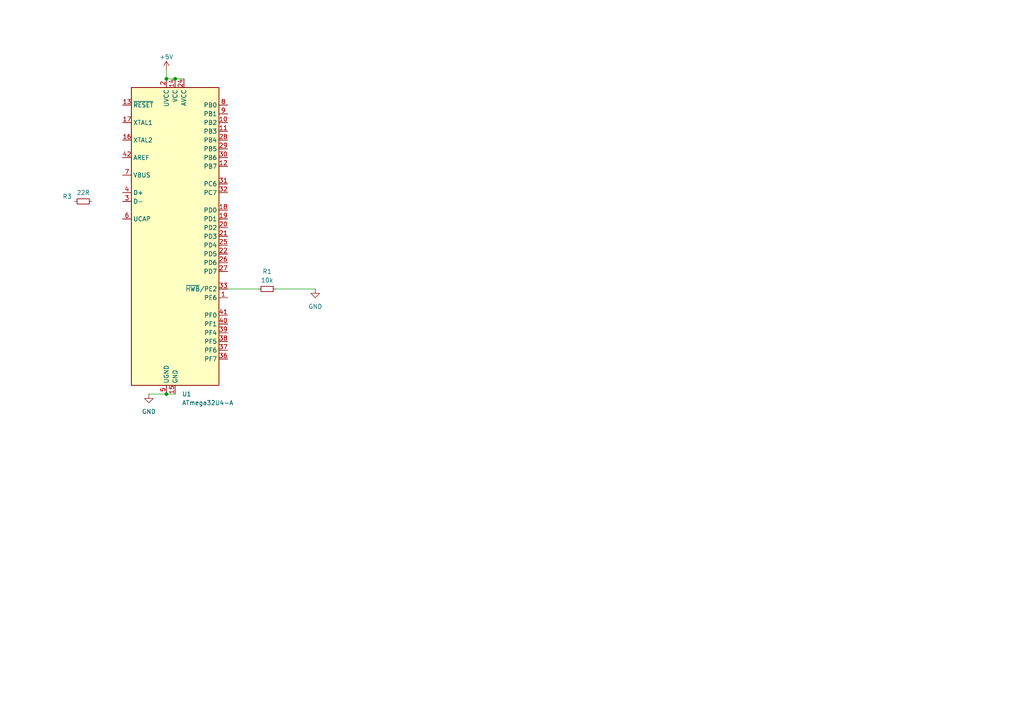
<source format=kicad_sch>
(kicad_sch (version 20230121) (generator eeschema)
  (paper "A4")
  (lib_symbols
    (symbol "Device:R_Small" (pin_numbers hide) (pin_names (offset 0.254) hide)
      (property "Reference" "R" (at 0.762 0.508 0))
      (property "Value" "R_Small" (at 0.762 -1.016 0))
      (symbol "R_Small_0_1"
        (rectangle (start -0.762 1.778) (end 0.762 -1.778) (stroke (width 0.2032)))
      )
      (symbol "R_Small_1_1"
        (pin passive line (at 0 2.54 270) (length 0.762) (name "~") (number "1"))
        (pin passive line (at 0 -2.54 90) (length 0.762) (name "~") (number "2"))
      )
    )
    (symbol "MCU_Microchip_ATmega:ATmega32U4-A"
      (property "Reference" "U" (at -12.7 44.45 0))
      (property "Value" "ATmega32U4-A" (at 2.54 -44.45 0))
      (symbol "ATmega32U4-A_0_1"
        (rectangle (start -12.7 -43.18) (end 12.7 43.18) (stroke (width 0.254)) (fill (type background)))
      )
      (symbol "ATmega32U4-A_1_1"
        (pin bidirectional line (at 15.24 -17.78 180) (length 2.54) (name "PE6") (number "1"))
        (pin bidirectional line (at 15.24 33.02 180) (length 2.54) (name "PB2") (number "10"))
        (pin bidirectional line (at 15.24 30.48 180) (length 2.54) (name "PB3") (number "11"))
        (pin bidirectional line (at 15.24 20.32 180) (length 2.54) (name "PB7") (number "12"))
        (pin input line (at -15.24 38.1 0) (length 2.54) (name "~{RESET}") (number "13"))
        (pin power_in line (at 0 45.72 270) (length 2.54) (name "VCC") (number "14"))
        (pin power_in line (at 0 -45.72 90) (length 2.54) (name "GND") (number "15"))
        (pin output line (at -15.24 27.94 0) (length 2.54) (name "XTAL2") (number "16"))
        (pin input line (at -15.24 33.02 0) (length 2.54) (name "XTAL1") (number "17"))
        (pin bidirectional line (at 15.24 7.62 180) (length 2.54) (name "PD0") (number "18"))
        (pin bidirectional line (at 15.24 5.08 180) (length 2.54) (name "PD1") (number "19"))
        (pin power_in line (at -2.54 45.72 270) (length 2.54) (name "UVCC") (number "2"))
        (pin bidirectional line (at 15.24 2.54 180) (length 2.54) (name "PD2") (number "20"))
        (pin bidirectional line (at 15.24 0 180) (length 2.54) (name "PD3") (number "21"))
        (pin bidirectional line (at 15.24 -5.08 180) (length 2.54) (name "PD5") (number "22"))
        (pin passive line (at 0 -45.72 90) (length 2.54) hide (name "GND") (number "23"))
        (pin power_in line (at 2.54 45.72 270) (length 2.54) (name "AVCC") (number "24"))
        (pin bidirectional line (at 15.24 -2.54 180) (length 2.54) (name "PD4") (number "25"))
        (pin bidirectional line (at 15.24 -7.62 180) (length 2.54) (name "PD6") (number "26"))
        (pin bidirectional line (at 15.24 -10.16 180) (length 2.54) (name "PD7") (number "27"))
        (pin bidirectional line (at 15.24 27.94 180) (length 2.54) (name "PB4") (number "28"))
        (pin bidirectional line (at 15.24 25.4 180) (length 2.54) (name "PB5") (number "29"))
        (pin bidirectional line (at -15.24 10.16 0) (length 2.54) (name "D-") (number "3"))
        (pin bidirectional line (at 15.24 22.86 180) (length 2.54) (name "PB6") (number "30"))
        (pin bidirectional line (at 15.24 15.24 180) (length 2.54) (name "PC6") (number "31"))
        (pin bidirectional line (at 15.24 12.7 180) (length 2.54) (name "PC7") (number "32"))
        (pin bidirectional line (at 15.24 -15.24 180) (length 2.54) (name "~{HWB}/PE2") (number "33"))
        (pin passive line (at 0 45.72 270) (length 2.54) hide (name "VCC") (number "34"))
        (pin passive line (at 0 -45.72 90) (length 2.54) hide (name "GND") (number "35"))
        (pin bidirectional line (at 15.24 -35.56 180) (length 2.54) (name "PF7") (number "36"))
        (pin bidirectional line (at 15.24 -33.02 180) (length 2.54) (name "PF6") (number "37"))
        (pin bidirectional line (at 15.24 -30.48 180) (length 2.54) (name "PF5") (number "38"))
        (pin bidirectional line (at 15.24 -27.94 180) (length 2.54) (name "PF4") (number "39"))
        (pin bidirectional line (at -15.24 12.7 0) (length 2.54) (name "D+") (number "4"))
        (pin bidirectional line (at 15.24 -25.4 180) (length 2.54) (name "PF1") (number "40"))
        (pin bidirectional line (at 15.24 -22.86 180) (length 2.54) (name "PF0") (number "41"))
        (pin passive line (at -15.24 22.86 0) (length 2.54) (name "AREF") (number "42"))
        (pin passive line (at 0 -45.72 90) (length 2.54) hide (name "GND") (number "43"))
        (pin passive line (at 2.54 45.72 270) (length 2.54) hide (name "AVCC") (number "44"))
        (pin passive line (at -2.54 -45.72 90) (length 2.54) (name "UGND") (number "5"))
        (pin passive line (at -15.24 5.08 0) (length 2.54) (name "UCAP") (number "6"))
        (pin input line (at -15.24 17.78 0) (length 2.54) (name "VBUS") (number "7"))
        (pin bidirectional line (at 15.24 38.1 180) (length 2.54) (name "PB0") (number "8"))
        (pin bidirectional line (at 15.24 35.56 180) (length 2.54) (name "PB1") (number "9"))
      )
    )
    (symbol "power:+5V" (power) (pin_names (offset 0))
      (property "Value" "+5V" (at 0 3.556 0))
      (symbol "+5V_0_1"
        (polyline (pts (xy -0.762 1.27) (xy 0 2.54)))
        (polyline (pts (xy 0 0) (xy 0 2.54)))
        (polyline (pts (xy 0 2.54) (xy 0.762 1.27)))
      )
      (symbol "+5V_1_1"
        (pin power_in line (at 0 0 90) (length 0) hide (name "+5V") (number "1"))
      )
    )
    (symbol "power:GND" (power) (pin_names (offset 0))
      (property "Value" "GND" (at 0 -3.81 0))
      (symbol "GND_0_1"
        (polyline (pts (xy 0 0) (xy 0 -1.27) (xy 1.27 -1.27) (xy 0 -2.54) (xy -1.27 -1.27) (xy 0 -1.27)))
      )
      (symbol "GND_1_1"
        (pin power_in line (at 0 0 270) (length 0) hide (name "GND") (number "1"))
      )
    )
  )
  (junction (at 48.26 22.86))
  (junction (at 50.8 22.86))
  (junction (at 48.26 114.3))
  (wire (pts (xy 50.8 22.86) (xy 53.34 22.86)))
  (wire (pts (xy 48.26 22.86) (xy 50.8 22.86)))
  (wire (pts (xy 66.04 83.82) (xy 74.93 83.82)))
  (wire (pts (xy 48.26 114.3) (xy 50.8 114.3)))
  (wire (pts (xy 80.01 83.82) (xy 91.44 83.82)))
  (wire (pts (xy 43.18 114.3) (xy 48.26 114.3)))
  (wire (pts (xy 48.26 20.32) (xy 48.26 22.86)))
  (symbol (lib_id "Device:R_Small") (at 77.47 83.82 90) (unit 1)
    (property "Reference" "R1" (at 77.47 78.74 90))
    (property "Value" "10k" (at 77.47 81.28 90))
  )
  (symbol (lib_id "MCU_Microchip_ATmega:ATmega32U4-A") (at 50.8 68.58 0) (unit 1)
    (property "Reference" "U1" (at 52.7559 114.3 0) (effects (justify left)))
    (property "Value" "ATmega32U4-A" (at 52.7559 116.84 0) (effects (justify left)))
    (property "Footprint" "Package_QFP:TQFP-44_10x10mm_P0.8mm" (effects hide))
    (property "Datasheet" "http://ww1.microchip.com/downloads/en/DeviceDoc/Atmel-7766-8-bit-AVR-ATmega16U4-32U4_Datasheet.pdf" (effects hide))
  )
  (symbol (lib_id "power:GND") (at 91.44 83.82 0) (unit 1)
    (property "Reference" "#PWR03" (effects hide))
    (property "Value" "GND" (at 91.44 88.9 0))
  )
  (symbol (lib_id "power:+5V") (at 48.26 20.32 0) (unit 1)
    (property "Reference" "#PWR01" (effects hide))
    (property "Value" "+5V" (at 48.26 16.51 0))
  )
  (symbol (lib_id "Device:R_Small") (at 24.13 58.42 90) (unit 1)
    (property "Reference" "R3" (at 19.5 57 90))
    (property "Value" "22R" (at 24.13 55.88 90))
  )
  (symbol (lib_id "power:GND") (at 43.18 114.3 0) (unit 1)
    (property "Reference" "#PWR02" (effects hide))
    (property "Value" "GND" (at 43.18 119.38 0))
  )
)
</source>
